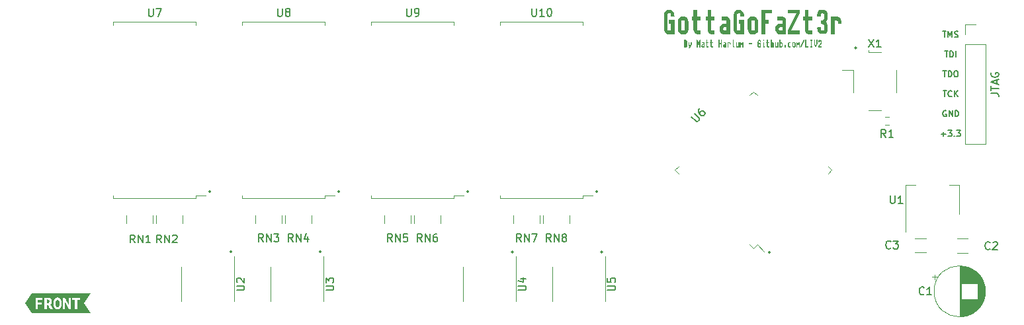
<source format=gbr>
%TF.GenerationSoftware,KiCad,Pcbnew,(6.0.6)*%
%TF.CreationDate,2022-07-10T09:52:36+02:00*%
%TF.ProjectId,GottaGoFaSDZ3,476f7474-6147-46f4-9661-53445a332e6b,rev?*%
%TF.SameCoordinates,Original*%
%TF.FileFunction,Legend,Top*%
%TF.FilePolarity,Positive*%
%FSLAX46Y46*%
G04 Gerber Fmt 4.6, Leading zero omitted, Abs format (unit mm)*
G04 Created by KiCad (PCBNEW (6.0.6)) date 2022-07-10 09:52:36*
%MOMM*%
%LPD*%
G01*
G04 APERTURE LIST*
%ADD10C,0.127000*%
%ADD11C,0.150000*%
%ADD12C,0.120000*%
%ADD13C,0.152400*%
G04 APERTURE END LIST*
D10*
X208985897Y-76924392D02*
X209421326Y-76924392D01*
X209203612Y-77686392D02*
X209203612Y-76924392D01*
X209675326Y-77686392D02*
X209675326Y-76924392D01*
X209856755Y-76924392D01*
X209965612Y-76960678D01*
X210038183Y-77033249D01*
X210074469Y-77105820D01*
X210110755Y-77250963D01*
X210110755Y-77359820D01*
X210074469Y-77504963D01*
X210038183Y-77577535D01*
X209965612Y-77650106D01*
X209856755Y-77686392D01*
X209675326Y-77686392D01*
X210582469Y-76924392D02*
X210727612Y-76924392D01*
X210800183Y-76960678D01*
X210872755Y-77033249D01*
X210909040Y-77178392D01*
X210909040Y-77432392D01*
X210872755Y-77577535D01*
X210800183Y-77650106D01*
X210727612Y-77686392D01*
X210582469Y-77686392D01*
X210509897Y-77650106D01*
X210437326Y-77577535D01*
X210401040Y-77432392D01*
X210401040Y-77178392D01*
X210437326Y-77033249D01*
X210509897Y-76960678D01*
X210582469Y-76924392D01*
X209004033Y-79464388D02*
X209439462Y-79464388D01*
X209221748Y-80226388D02*
X209221748Y-79464388D01*
X210128890Y-80153816D02*
X210092605Y-80190102D01*
X209983748Y-80226388D01*
X209911176Y-80226388D01*
X209802319Y-80190102D01*
X209729748Y-80117531D01*
X209693462Y-80044959D01*
X209657176Y-79899816D01*
X209657176Y-79790959D01*
X209693462Y-79645816D01*
X209729748Y-79573245D01*
X209802319Y-79500674D01*
X209911176Y-79464388D01*
X209983748Y-79464388D01*
X210092605Y-79500674D01*
X210128890Y-79536959D01*
X210455462Y-80226388D02*
X210455462Y-79464388D01*
X210890890Y-80226388D02*
X210564319Y-79790959D01*
X210890890Y-79464388D02*
X210455462Y-79899816D01*
X209403176Y-82040674D02*
X209330605Y-82004388D01*
X209221748Y-82004388D01*
X209112890Y-82040674D01*
X209040319Y-82113245D01*
X209004033Y-82185816D01*
X208967748Y-82330959D01*
X208967748Y-82439816D01*
X209004033Y-82584959D01*
X209040319Y-82657531D01*
X209112890Y-82730102D01*
X209221748Y-82766388D01*
X209294319Y-82766388D01*
X209403176Y-82730102D01*
X209439462Y-82693816D01*
X209439462Y-82439816D01*
X209294319Y-82439816D01*
X209766033Y-82766388D02*
X209766033Y-82004388D01*
X210201462Y-82766388D01*
X210201462Y-82004388D01*
X210564319Y-82766388D02*
X210564319Y-82004388D01*
X210745748Y-82004388D01*
X210854605Y-82040674D01*
X210927176Y-82113245D01*
X210963462Y-82185816D01*
X210999748Y-82330959D01*
X210999748Y-82439816D01*
X210963462Y-82584959D01*
X210927176Y-82657531D01*
X210854605Y-82730102D01*
X210745748Y-82766388D01*
X210564319Y-82766388D01*
X208786312Y-85016102D02*
X209366883Y-85016102D01*
X209076598Y-85306388D02*
X209076598Y-84725816D01*
X209657169Y-84544388D02*
X210128883Y-84544388D01*
X209874883Y-84834674D01*
X209983741Y-84834674D01*
X210056312Y-84870959D01*
X210092598Y-84907245D01*
X210128883Y-84979816D01*
X210128883Y-85161245D01*
X210092598Y-85233816D01*
X210056312Y-85270102D01*
X209983741Y-85306388D01*
X209766026Y-85306388D01*
X209693455Y-85270102D01*
X209657169Y-85233816D01*
X210455455Y-85233816D02*
X210491741Y-85270102D01*
X210455455Y-85306388D01*
X210419169Y-85270102D01*
X210455455Y-85233816D01*
X210455455Y-85306388D01*
X210745741Y-84544388D02*
X211217455Y-84544388D01*
X210963455Y-84834674D01*
X211072312Y-84834674D01*
X211144883Y-84870959D01*
X211181169Y-84907245D01*
X211217455Y-84979816D01*
X211217455Y-85161245D01*
X211181169Y-85233816D01*
X211144883Y-85270102D01*
X211072312Y-85306388D01*
X210854598Y-85306388D01*
X210782026Y-85270102D01*
X210745741Y-85233816D01*
X209203612Y-74384392D02*
X209639040Y-74384392D01*
X209421326Y-75146392D02*
X209421326Y-74384392D01*
X209893040Y-75146392D02*
X209893040Y-74384392D01*
X210074469Y-74384392D01*
X210183326Y-74420678D01*
X210255897Y-74493249D01*
X210292183Y-74565820D01*
X210328469Y-74710963D01*
X210328469Y-74819820D01*
X210292183Y-74964963D01*
X210255897Y-75037535D01*
X210183326Y-75110106D01*
X210074469Y-75146392D01*
X209893040Y-75146392D01*
X210655040Y-75146392D02*
X210655040Y-74384392D01*
X208967755Y-71844392D02*
X209403183Y-71844392D01*
X209185469Y-72606392D02*
X209185469Y-71844392D01*
X209657183Y-72606392D02*
X209657183Y-71844392D01*
X209911183Y-72388678D01*
X210165183Y-71844392D01*
X210165183Y-72606392D01*
X210491755Y-72570106D02*
X210600612Y-72606392D01*
X210782040Y-72606392D01*
X210854612Y-72570106D01*
X210890897Y-72533820D01*
X210927183Y-72461249D01*
X210927183Y-72388678D01*
X210890897Y-72316106D01*
X210854612Y-72279820D01*
X210782040Y-72243535D01*
X210636897Y-72207249D01*
X210564326Y-72170963D01*
X210528040Y-72134678D01*
X210491755Y-72062106D01*
X210491755Y-71989535D01*
X210528040Y-71916963D01*
X210564326Y-71880678D01*
X210636897Y-71844392D01*
X210818326Y-71844392D01*
X210927183Y-71880678D01*
D11*
%TO.C,RN1*%
X105558392Y-98926858D02*
X105225059Y-98450668D01*
X104986964Y-98926858D02*
X104986964Y-97926858D01*
X105367916Y-97926858D01*
X105463154Y-97974478D01*
X105510773Y-98022097D01*
X105558392Y-98117335D01*
X105558392Y-98260192D01*
X105510773Y-98355430D01*
X105463154Y-98403049D01*
X105367916Y-98450668D01*
X104986964Y-98450668D01*
X105986964Y-98926858D02*
X105986964Y-97926858D01*
X106558392Y-98926858D01*
X106558392Y-97926858D01*
X107558392Y-98926858D02*
X106986964Y-98926858D01*
X107272678Y-98926858D02*
X107272678Y-97926858D01*
X107177440Y-98069716D01*
X107082202Y-98164954D01*
X106986964Y-98212573D01*
%TO.C,U5*%
X166057160Y-105019882D02*
X166866684Y-105019882D01*
X166961922Y-104972263D01*
X167009541Y-104924644D01*
X167057160Y-104829406D01*
X167057160Y-104638930D01*
X167009541Y-104543692D01*
X166961922Y-104496073D01*
X166866684Y-104448454D01*
X166057160Y-104448454D01*
X166057160Y-103496073D02*
X166057160Y-103972263D01*
X166533351Y-104019882D01*
X166485732Y-103972263D01*
X166438113Y-103877025D01*
X166438113Y-103638930D01*
X166485732Y-103543692D01*
X166533351Y-103496073D01*
X166628589Y-103448454D01*
X166866684Y-103448454D01*
X166961922Y-103496073D01*
X167009541Y-103543692D01*
X167057160Y-103638930D01*
X167057160Y-103877025D01*
X167009541Y-103972263D01*
X166961922Y-104019882D01*
%TO.C,J1*%
X215151128Y-79778340D02*
X215865414Y-79778340D01*
X216008271Y-79825959D01*
X216103509Y-79921197D01*
X216151128Y-80064054D01*
X216151128Y-80159293D01*
X215151128Y-79445007D02*
X215151128Y-78873578D01*
X216151128Y-79159293D02*
X215151128Y-79159293D01*
X215865414Y-78587864D02*
X215865414Y-78111674D01*
X216151128Y-78683102D02*
X215151128Y-78349769D01*
X216151128Y-78016435D01*
X215198748Y-77159293D02*
X215151128Y-77254531D01*
X215151128Y-77397388D01*
X215198748Y-77540245D01*
X215293986Y-77635483D01*
X215389224Y-77683102D01*
X215579700Y-77730721D01*
X215722557Y-77730721D01*
X215913033Y-77683102D01*
X216008271Y-77635483D01*
X216103509Y-77540245D01*
X216151128Y-77397388D01*
X216151128Y-77302150D01*
X216103509Y-77159293D01*
X216055890Y-77111674D01*
X215722557Y-77111674D01*
X215722557Y-77302150D01*
%TO.C,RN8*%
X158815992Y-98799858D02*
X158482659Y-98323668D01*
X158244564Y-98799858D02*
X158244564Y-97799858D01*
X158625516Y-97799858D01*
X158720754Y-97847478D01*
X158768373Y-97895097D01*
X158815992Y-97990335D01*
X158815992Y-98133192D01*
X158768373Y-98228430D01*
X158720754Y-98276049D01*
X158625516Y-98323668D01*
X158244564Y-98323668D01*
X159244564Y-98799858D02*
X159244564Y-97799858D01*
X159815992Y-98799858D01*
X159815992Y-97799858D01*
X160435040Y-98228430D02*
X160339802Y-98180811D01*
X160292183Y-98133192D01*
X160244564Y-98037954D01*
X160244564Y-97990335D01*
X160292183Y-97895097D01*
X160339802Y-97847478D01*
X160435040Y-97799858D01*
X160625516Y-97799858D01*
X160720754Y-97847478D01*
X160768373Y-97895097D01*
X160815992Y-97990335D01*
X160815992Y-98037954D01*
X160768373Y-98133192D01*
X160720754Y-98180811D01*
X160625516Y-98228430D01*
X160435040Y-98228430D01*
X160339802Y-98276049D01*
X160292183Y-98323668D01*
X160244564Y-98418906D01*
X160244564Y-98609382D01*
X160292183Y-98704620D01*
X160339802Y-98752239D01*
X160435040Y-98799858D01*
X160625516Y-98799858D01*
X160720754Y-98752239D01*
X160768373Y-98704620D01*
X160815992Y-98609382D01*
X160815992Y-98418906D01*
X160768373Y-98323668D01*
X160720754Y-98276049D01*
X160625516Y-98228430D01*
%TO.C,R1*%
X201687925Y-85425937D02*
X201354592Y-84949747D01*
X201116496Y-85425937D02*
X201116496Y-84425937D01*
X201497449Y-84425937D01*
X201592687Y-84473557D01*
X201640306Y-84521176D01*
X201687925Y-84616414D01*
X201687925Y-84759271D01*
X201640306Y-84854509D01*
X201592687Y-84902128D01*
X201497449Y-84949747D01*
X201116496Y-84949747D01*
X202640306Y-85425937D02*
X202068877Y-85425937D01*
X202354592Y-85425937D02*
X202354592Y-84425937D01*
X202259353Y-84568795D01*
X202164115Y-84664033D01*
X202068877Y-84711652D01*
%TO.C,C3*%
X202309260Y-99612103D02*
X202261641Y-99659722D01*
X202118784Y-99707341D01*
X202023546Y-99707341D01*
X201880688Y-99659722D01*
X201785450Y-99564484D01*
X201737831Y-99469246D01*
X201690212Y-99278770D01*
X201690212Y-99135913D01*
X201737831Y-98945437D01*
X201785450Y-98850199D01*
X201880688Y-98754961D01*
X202023546Y-98707341D01*
X202118784Y-98707341D01*
X202261641Y-98754961D01*
X202309260Y-98802580D01*
X202642593Y-98707341D02*
X203261641Y-98707341D01*
X202928307Y-99088294D01*
X203071165Y-99088294D01*
X203166403Y-99135913D01*
X203214022Y-99183532D01*
X203261641Y-99278770D01*
X203261641Y-99516865D01*
X203214022Y-99612103D01*
X203166403Y-99659722D01*
X203071165Y-99707341D01*
X202785450Y-99707341D01*
X202690212Y-99659722D01*
X202642593Y-99612103D01*
%TO.C,RN5*%
X138495992Y-98799858D02*
X138162659Y-98323668D01*
X137924564Y-98799858D02*
X137924564Y-97799858D01*
X138305516Y-97799858D01*
X138400754Y-97847478D01*
X138448373Y-97895097D01*
X138495992Y-97990335D01*
X138495992Y-98133192D01*
X138448373Y-98228430D01*
X138400754Y-98276049D01*
X138305516Y-98323668D01*
X137924564Y-98323668D01*
X138924564Y-98799858D02*
X138924564Y-97799858D01*
X139495992Y-98799858D01*
X139495992Y-97799858D01*
X140448373Y-97799858D02*
X139972183Y-97799858D01*
X139924564Y-98276049D01*
X139972183Y-98228430D01*
X140067421Y-98180811D01*
X140305516Y-98180811D01*
X140400754Y-98228430D01*
X140448373Y-98276049D01*
X140495992Y-98371287D01*
X140495992Y-98609382D01*
X140448373Y-98704620D01*
X140400754Y-98752239D01*
X140305516Y-98799858D01*
X140067421Y-98799858D01*
X139972183Y-98752239D01*
X139924564Y-98704620D01*
%TO.C,U10*%
X156391973Y-68912870D02*
X156391973Y-69722394D01*
X156439592Y-69817632D01*
X156487211Y-69865251D01*
X156582449Y-69912870D01*
X156772926Y-69912870D01*
X156868164Y-69865251D01*
X156915783Y-69817632D01*
X156963402Y-69722394D01*
X156963402Y-68912870D01*
X157963402Y-69912870D02*
X157391973Y-69912870D01*
X157677688Y-69912870D02*
X157677688Y-68912870D01*
X157582449Y-69055728D01*
X157487211Y-69150966D01*
X157391973Y-69198585D01*
X158582449Y-68912870D02*
X158677688Y-68912870D01*
X158772926Y-68960490D01*
X158820545Y-69008109D01*
X158868164Y-69103347D01*
X158915783Y-69293823D01*
X158915783Y-69531918D01*
X158868164Y-69722394D01*
X158820545Y-69817632D01*
X158772926Y-69865251D01*
X158677688Y-69912870D01*
X158582449Y-69912870D01*
X158487211Y-69865251D01*
X158439592Y-69817632D01*
X158391973Y-69722394D01*
X158344354Y-69531918D01*
X158344354Y-69293823D01*
X158391973Y-69103347D01*
X158439592Y-69008109D01*
X158487211Y-68960490D01*
X158582449Y-68912870D01*
%TO.C,X1*%
X199470268Y-72868937D02*
X200136934Y-73868937D01*
X200136934Y-72868937D02*
X199470268Y-73868937D01*
X201041696Y-73868937D02*
X200470268Y-73868937D01*
X200755982Y-73868937D02*
X200755982Y-72868937D01*
X200660744Y-73011795D01*
X200565506Y-73107033D01*
X200470268Y-73154652D01*
%TO.C,U7*%
X107338164Y-68912870D02*
X107338164Y-69722394D01*
X107385783Y-69817632D01*
X107433402Y-69865251D01*
X107528640Y-69912870D01*
X107719116Y-69912870D01*
X107814354Y-69865251D01*
X107861973Y-69817632D01*
X107909592Y-69722394D01*
X107909592Y-68912870D01*
X108290545Y-68912870D02*
X108957211Y-68912870D01*
X108528640Y-69912870D01*
%TO.C,U2*%
X118578348Y-105019882D02*
X119387872Y-105019882D01*
X119483110Y-104972263D01*
X119530729Y-104924644D01*
X119578348Y-104829406D01*
X119578348Y-104638930D01*
X119530729Y-104543692D01*
X119483110Y-104496073D01*
X119387872Y-104448454D01*
X118578348Y-104448454D01*
X118673587Y-104019882D02*
X118625968Y-103972263D01*
X118578348Y-103877025D01*
X118578348Y-103638930D01*
X118625968Y-103543692D01*
X118673587Y-103496073D01*
X118768825Y-103448454D01*
X118864063Y-103448454D01*
X119006920Y-103496073D01*
X119578348Y-104067501D01*
X119578348Y-103448454D01*
%TO.C,U6*%
X176802892Y-82783164D02*
X177375312Y-83355584D01*
X177476327Y-83389256D01*
X177543671Y-83389256D01*
X177644686Y-83355584D01*
X177779373Y-83220897D01*
X177813045Y-83119882D01*
X177813045Y-83052538D01*
X177779373Y-82951523D01*
X177206953Y-82379103D01*
X177846717Y-81739340D02*
X177712030Y-81874027D01*
X177678358Y-81975042D01*
X177678358Y-82042386D01*
X177712030Y-82210745D01*
X177813045Y-82379103D01*
X178082419Y-82648477D01*
X178183434Y-82682149D01*
X178250778Y-82682149D01*
X178351793Y-82648477D01*
X178486480Y-82513790D01*
X178520152Y-82412775D01*
X178520152Y-82345432D01*
X178486480Y-82244416D01*
X178318121Y-82076058D01*
X178217106Y-82042386D01*
X178149762Y-82042386D01*
X178048747Y-82076058D01*
X177914060Y-82210745D01*
X177880388Y-82311760D01*
X177880388Y-82379103D01*
X177914060Y-82480119D01*
%TO.C,RN3*%
X121985992Y-98799858D02*
X121652659Y-98323668D01*
X121414564Y-98799858D02*
X121414564Y-97799858D01*
X121795516Y-97799858D01*
X121890754Y-97847478D01*
X121938373Y-97895097D01*
X121985992Y-97990335D01*
X121985992Y-98133192D01*
X121938373Y-98228430D01*
X121890754Y-98276049D01*
X121795516Y-98323668D01*
X121414564Y-98323668D01*
X122414564Y-98799858D02*
X122414564Y-97799858D01*
X122985992Y-98799858D01*
X122985992Y-97799858D01*
X123366945Y-97799858D02*
X123985992Y-97799858D01*
X123652659Y-98180811D01*
X123795516Y-98180811D01*
X123890754Y-98228430D01*
X123938373Y-98276049D01*
X123985992Y-98371287D01*
X123985992Y-98609382D01*
X123938373Y-98704620D01*
X123890754Y-98752239D01*
X123795516Y-98799858D01*
X123509802Y-98799858D01*
X123414564Y-98752239D01*
X123366945Y-98704620D01*
%TO.C,C2*%
X215009260Y-99739103D02*
X214961641Y-99786722D01*
X214818784Y-99834341D01*
X214723546Y-99834341D01*
X214580688Y-99786722D01*
X214485450Y-99691484D01*
X214437831Y-99596246D01*
X214390212Y-99405770D01*
X214390212Y-99262913D01*
X214437831Y-99072437D01*
X214485450Y-98977199D01*
X214580688Y-98881961D01*
X214723546Y-98834341D01*
X214818784Y-98834341D01*
X214961641Y-98881961D01*
X215009260Y-98929580D01*
X215390212Y-98929580D02*
X215437831Y-98881961D01*
X215533069Y-98834341D01*
X215771165Y-98834341D01*
X215866403Y-98881961D01*
X215914022Y-98929580D01*
X215961641Y-99024818D01*
X215961641Y-99120056D01*
X215914022Y-99262913D01*
X215342593Y-99834341D01*
X215961641Y-99834341D01*
%TO.C,U3*%
X130008348Y-105019882D02*
X130817872Y-105019882D01*
X130913110Y-104972263D01*
X130960729Y-104924644D01*
X131008348Y-104829406D01*
X131008348Y-104638930D01*
X130960729Y-104543692D01*
X130913110Y-104496073D01*
X130817872Y-104448454D01*
X130008348Y-104448454D01*
X130008348Y-104067501D02*
X130008348Y-103448454D01*
X130389301Y-103781787D01*
X130389301Y-103638930D01*
X130436920Y-103543692D01*
X130484539Y-103496073D01*
X130579777Y-103448454D01*
X130817872Y-103448454D01*
X130913110Y-103496073D01*
X130960729Y-103543692D01*
X131008348Y-103638930D01*
X131008348Y-103924644D01*
X130960729Y-104019882D01*
X130913110Y-104067501D01*
%TO.C,U4*%
X154627160Y-105019882D02*
X155436684Y-105019882D01*
X155531922Y-104972263D01*
X155579541Y-104924644D01*
X155627160Y-104829406D01*
X155627160Y-104638930D01*
X155579541Y-104543692D01*
X155531922Y-104496073D01*
X155436684Y-104448454D01*
X154627160Y-104448454D01*
X154960494Y-103543692D02*
X155627160Y-103543692D01*
X154579541Y-103781787D02*
X155293827Y-104019882D01*
X155293827Y-103400835D01*
%TO.C,U9*%
X140358164Y-68912870D02*
X140358164Y-69722394D01*
X140405783Y-69817632D01*
X140453402Y-69865251D01*
X140548640Y-69912870D01*
X140739116Y-69912870D01*
X140834354Y-69865251D01*
X140881973Y-69817632D01*
X140929592Y-69722394D01*
X140929592Y-68912870D01*
X141453402Y-69912870D02*
X141643878Y-69912870D01*
X141739116Y-69865251D01*
X141786735Y-69817632D01*
X141881973Y-69674775D01*
X141929592Y-69484299D01*
X141929592Y-69103347D01*
X141881973Y-69008109D01*
X141834354Y-68960490D01*
X141739116Y-68912870D01*
X141548640Y-68912870D01*
X141453402Y-68960490D01*
X141405783Y-69008109D01*
X141358164Y-69103347D01*
X141358164Y-69341442D01*
X141405783Y-69436680D01*
X141453402Y-69484299D01*
X141548640Y-69531918D01*
X141739116Y-69531918D01*
X141834354Y-69484299D01*
X141881973Y-69436680D01*
X141929592Y-69341442D01*
%TO.C,C1*%
X206576460Y-105509120D02*
X206528841Y-105556739D01*
X206385984Y-105604358D01*
X206290746Y-105604358D01*
X206147888Y-105556739D01*
X206052650Y-105461501D01*
X206005031Y-105366263D01*
X205957412Y-105175787D01*
X205957412Y-105032930D01*
X206005031Y-104842454D01*
X206052650Y-104747216D01*
X206147888Y-104651978D01*
X206290746Y-104604358D01*
X206385984Y-104604358D01*
X206528841Y-104651978D01*
X206576460Y-104699597D01*
X207528841Y-105604358D02*
X206957412Y-105604358D01*
X207243127Y-105604358D02*
X207243127Y-104604358D01*
X207147888Y-104747216D01*
X207052650Y-104842454D01*
X206957412Y-104890073D01*
%TO.C,RN4*%
X125795992Y-98799858D02*
X125462659Y-98323668D01*
X125224564Y-98799858D02*
X125224564Y-97799858D01*
X125605516Y-97799858D01*
X125700754Y-97847478D01*
X125748373Y-97895097D01*
X125795992Y-97990335D01*
X125795992Y-98133192D01*
X125748373Y-98228430D01*
X125700754Y-98276049D01*
X125605516Y-98323668D01*
X125224564Y-98323668D01*
X126224564Y-98799858D02*
X126224564Y-97799858D01*
X126795992Y-98799858D01*
X126795992Y-97799858D01*
X127700754Y-98133192D02*
X127700754Y-98799858D01*
X127462659Y-97752239D02*
X127224564Y-98466525D01*
X127843611Y-98466525D01*
%TO.C,U1*%
X202258065Y-92901232D02*
X202258065Y-93710756D01*
X202305684Y-93805994D01*
X202353303Y-93853613D01*
X202448541Y-93901232D01*
X202639017Y-93901232D01*
X202734255Y-93853613D01*
X202781874Y-93805994D01*
X202829493Y-93710756D01*
X202829493Y-92901232D01*
X203829493Y-93901232D02*
X203258065Y-93901232D01*
X203543779Y-93901232D02*
X203543779Y-92901232D01*
X203448541Y-93044090D01*
X203353303Y-93139328D01*
X203258065Y-93186947D01*
%TO.C,U8*%
X123848164Y-68912870D02*
X123848164Y-69722394D01*
X123895783Y-69817632D01*
X123943402Y-69865251D01*
X124038640Y-69912870D01*
X124229116Y-69912870D01*
X124324354Y-69865251D01*
X124371973Y-69817632D01*
X124419592Y-69722394D01*
X124419592Y-68912870D01*
X125038640Y-69341442D02*
X124943402Y-69293823D01*
X124895783Y-69246204D01*
X124848164Y-69150966D01*
X124848164Y-69103347D01*
X124895783Y-69008109D01*
X124943402Y-68960490D01*
X125038640Y-68912870D01*
X125229116Y-68912870D01*
X125324354Y-68960490D01*
X125371973Y-69008109D01*
X125419592Y-69103347D01*
X125419592Y-69150966D01*
X125371973Y-69246204D01*
X125324354Y-69293823D01*
X125229116Y-69341442D01*
X125038640Y-69341442D01*
X124943402Y-69389061D01*
X124895783Y-69436680D01*
X124848164Y-69531918D01*
X124848164Y-69722394D01*
X124895783Y-69817632D01*
X124943402Y-69865251D01*
X125038640Y-69912870D01*
X125229116Y-69912870D01*
X125324354Y-69865251D01*
X125371973Y-69817632D01*
X125419592Y-69722394D01*
X125419592Y-69531918D01*
X125371973Y-69436680D01*
X125324354Y-69389061D01*
X125229116Y-69341442D01*
%TO.C,RN7*%
X155005992Y-98799858D02*
X154672659Y-98323668D01*
X154434564Y-98799858D02*
X154434564Y-97799858D01*
X154815516Y-97799858D01*
X154910754Y-97847478D01*
X154958373Y-97895097D01*
X155005992Y-97990335D01*
X155005992Y-98133192D01*
X154958373Y-98228430D01*
X154910754Y-98276049D01*
X154815516Y-98323668D01*
X154434564Y-98323668D01*
X155434564Y-98799858D02*
X155434564Y-97799858D01*
X156005992Y-98799858D01*
X156005992Y-97799858D01*
X156386945Y-97799858D02*
X157053611Y-97799858D01*
X156625040Y-98799858D01*
%TO.C,RN6*%
X142305992Y-98799858D02*
X141972659Y-98323668D01*
X141734564Y-98799858D02*
X141734564Y-97799858D01*
X142115516Y-97799858D01*
X142210754Y-97847478D01*
X142258373Y-97895097D01*
X142305992Y-97990335D01*
X142305992Y-98133192D01*
X142258373Y-98228430D01*
X142210754Y-98276049D01*
X142115516Y-98323668D01*
X141734564Y-98323668D01*
X142734564Y-98799858D02*
X142734564Y-97799858D01*
X143305992Y-98799858D01*
X143305992Y-97799858D01*
X144210754Y-97799858D02*
X144020278Y-97799858D01*
X143925040Y-97847478D01*
X143877421Y-97895097D01*
X143782183Y-98037954D01*
X143734564Y-98228430D01*
X143734564Y-98609382D01*
X143782183Y-98704620D01*
X143829802Y-98752239D01*
X143925040Y-98799858D01*
X144115516Y-98799858D01*
X144210754Y-98752239D01*
X144258373Y-98704620D01*
X144305992Y-98609382D01*
X144305992Y-98371287D01*
X144258373Y-98276049D01*
X144210754Y-98228430D01*
X144115516Y-98180811D01*
X143925040Y-98180811D01*
X143829802Y-98228430D01*
X143782183Y-98276049D01*
X143734564Y-98371287D01*
%TO.C,RN2*%
X108961992Y-98926858D02*
X108628659Y-98450668D01*
X108390564Y-98926858D02*
X108390564Y-97926858D01*
X108771516Y-97926858D01*
X108866754Y-97974478D01*
X108914373Y-98022097D01*
X108961992Y-98117335D01*
X108961992Y-98260192D01*
X108914373Y-98355430D01*
X108866754Y-98403049D01*
X108771516Y-98450668D01*
X108390564Y-98450668D01*
X109390564Y-98926858D02*
X109390564Y-97926858D01*
X109961992Y-98926858D01*
X109961992Y-97926858D01*
X110390564Y-98022097D02*
X110438183Y-97974478D01*
X110533421Y-97926858D01*
X110771516Y-97926858D01*
X110866754Y-97974478D01*
X110914373Y-98022097D01*
X110961992Y-98117335D01*
X110961992Y-98212573D01*
X110914373Y-98355430D01*
X110342945Y-98926858D01*
X110961992Y-98926858D01*
D12*
%TO.C,RN1*%
X107846469Y-95434478D02*
X107846469Y-96434478D01*
X104486469Y-95434478D02*
X104486469Y-96434478D01*
%TO.C,U5*%
X165789780Y-104257978D02*
X165789780Y-106457978D01*
X165789780Y-104257978D02*
X165789780Y-100657978D01*
X159019780Y-104257978D02*
X159019780Y-106457978D01*
X159019780Y-104257978D02*
X159019780Y-102057978D01*
D13*
X165456780Y-100125478D02*
G75*
G03*
X165456780Y-100125478I-127000J0D01*
G01*
D12*
X165329780Y-100125478D02*
G75*
G03*
X165329780Y-100125478I0J0D01*
G01*
%TO.C,J1*%
X211828741Y-72261674D02*
X211828741Y-70931674D01*
X214488741Y-73531674D02*
X214488741Y-86291674D01*
X211828741Y-86291674D02*
X214488741Y-86291674D01*
X211828741Y-70931674D02*
X213158741Y-70931674D01*
X211828741Y-73531674D02*
X211828741Y-86291674D01*
X211828741Y-73531674D02*
X214488741Y-73531674D01*
%TO.C,RN8*%
X157826469Y-95434478D02*
X157826469Y-96434478D01*
X161186469Y-95434478D02*
X161186469Y-96434478D01*
%TO.C,R1*%
X202109316Y-83819657D02*
X201599868Y-83819657D01*
X202109316Y-82774657D02*
X201599868Y-82774657D01*
%TO.C,C3*%
X206793979Y-100190361D02*
X205371475Y-100190361D01*
X206793979Y-98370361D02*
X205371475Y-98370361D01*
%TO.C,RN5*%
X140866469Y-95434478D02*
X140866469Y-96434478D01*
X137506469Y-95434478D02*
X137506469Y-96434478D01*
%TO.C,kibuzzard-622DC493*%
G36*
X176826889Y-73566032D02*
G01*
X176818343Y-73616630D01*
X176792705Y-73680521D01*
X176617987Y-74041352D01*
X176456291Y-74035926D01*
X176561014Y-73823226D01*
X176429704Y-73666956D01*
X176410577Y-73617579D01*
X176404201Y-73558436D01*
X176404201Y-73204659D01*
X176548534Y-73204659D01*
X176548534Y-73621378D01*
X176681471Y-73621378D01*
X176681471Y-73204659D01*
X176826889Y-73204116D01*
X176826889Y-73566032D01*
G37*
G36*
X188194955Y-73203031D02*
G01*
X188331148Y-73203031D01*
X188412538Y-73243726D01*
X188451063Y-73307753D01*
X188473310Y-73388601D01*
X188473310Y-73722844D01*
X188462458Y-73765167D01*
X188450520Y-73810746D01*
X188399516Y-73866634D01*
X188331148Y-73902988D01*
X188050622Y-73902988D01*
X188050622Y-73758656D01*
X188194955Y-73758656D01*
X188291538Y-73758113D01*
X188338744Y-73733154D01*
X188336574Y-73409763D01*
X188327350Y-73372866D01*
X188297507Y-73344108D01*
X188194955Y-73347363D01*
X188194955Y-73758656D01*
X188050622Y-73758656D01*
X188050622Y-72925218D01*
X188194955Y-72925218D01*
X188194955Y-73203031D01*
G37*
G36*
X181707056Y-73213883D02*
G01*
X181757382Y-73245761D01*
X181793330Y-73299072D01*
X181818290Y-73375579D01*
X181817747Y-73486270D01*
X181673415Y-73486270D01*
X181674500Y-73416274D01*
X181668531Y-73394027D01*
X181662563Y-73370695D01*
X181611015Y-73347363D01*
X181541020Y-73347363D01*
X181541020Y-73901903D01*
X181395602Y-73902988D01*
X181396145Y-73203031D01*
X181677213Y-73203031D01*
X181707056Y-73213883D01*
G37*
G36*
X179391228Y-73203031D02*
G01*
X179530135Y-73203031D01*
X179530135Y-73347363D01*
X179391228Y-73347363D01*
X179391228Y-73758656D01*
X179530135Y-73758656D01*
X179530135Y-73902988D01*
X179388515Y-73902988D01*
X179358130Y-73892136D01*
X179325574Y-73880199D01*
X179279995Y-73832993D01*
X179255171Y-73770729D01*
X179246896Y-73691373D01*
X179246896Y-73347363D01*
X179177443Y-73347363D01*
X179177443Y-73203031D01*
X179246896Y-73203031D01*
X179246896Y-72925218D01*
X179391228Y-72925218D01*
X179391228Y-73203031D01*
G37*
G36*
X182233381Y-73758656D02*
G01*
X182299035Y-73756486D01*
X182299035Y-73900275D01*
X182218188Y-73902446D01*
X182167424Y-73874894D01*
X182126548Y-73830581D01*
X182095560Y-73769508D01*
X182090133Y-73699512D01*
X182089048Y-72925218D01*
X182233381Y-72925218D01*
X182233381Y-73758656D01*
G37*
G36*
X187639872Y-73688660D02*
G01*
X187645841Y-73710907D01*
X187651810Y-73734781D01*
X187702814Y-73758113D01*
X187773352Y-73758113D01*
X187773352Y-73203574D01*
X187917685Y-73203574D01*
X187918227Y-73902446D01*
X187636617Y-73902446D01*
X187555769Y-73861750D01*
X187518872Y-73797723D01*
X187495540Y-73729898D01*
X187495540Y-73203031D01*
X187639872Y-73203031D01*
X187639872Y-73688660D01*
G37*
G36*
X180430855Y-73341937D02*
G01*
X180564335Y-73341937D01*
X180564335Y-72925218D01*
X180708667Y-72925218D01*
X180708667Y-73902988D01*
X180564335Y-73902988D01*
X180564335Y-73486270D01*
X180430855Y-73486270D01*
X180430855Y-73902988D01*
X180286523Y-73902988D01*
X180286523Y-72925218D01*
X180430855Y-72925218D01*
X180430855Y-73341937D01*
G37*
G36*
X187085875Y-73203031D02*
G01*
X187222068Y-73203031D01*
X187303459Y-73243726D01*
X187339813Y-73307753D01*
X187363145Y-73376121D01*
X187363145Y-73902988D01*
X187218813Y-73902988D01*
X187219355Y-73416816D01*
X187213387Y-73394570D01*
X187207418Y-73371238D01*
X187155871Y-73347363D01*
X187085875Y-73347363D01*
X187085875Y-73902446D01*
X186941543Y-73902446D01*
X186941543Y-72925218D01*
X187085875Y-72925218D01*
X187085875Y-73203031D01*
G37*
G36*
X188887858Y-73902988D02*
G01*
X188743526Y-73902988D01*
X188743526Y-73619750D01*
X188887858Y-73619750D01*
X188887858Y-73902988D01*
G37*
G36*
X182649014Y-73688660D02*
G01*
X182654983Y-73710907D01*
X182660951Y-73734781D01*
X182711956Y-73758113D01*
X182782494Y-73758113D01*
X182782494Y-73203574D01*
X182926827Y-73203574D01*
X182927369Y-73902446D01*
X182645758Y-73902446D01*
X182564911Y-73861750D01*
X182528014Y-73797723D01*
X182504682Y-73729898D01*
X182504682Y-73203031D01*
X182649014Y-73203031D01*
X182649014Y-73688660D01*
G37*
G36*
X185628716Y-72977173D02*
G01*
X185672395Y-73041878D01*
X185690573Y-73112552D01*
X185695185Y-73208457D01*
X185550852Y-73208457D01*
X185551395Y-73096138D01*
X185543799Y-73076605D01*
X185487368Y-73066838D01*
X185452099Y-73068466D01*
X185423341Y-73079860D01*
X185419543Y-73102107D01*
X185419543Y-73726100D01*
X185431480Y-73749432D01*
X185487368Y-73758656D01*
X185518296Y-73757571D01*
X185542171Y-73747804D01*
X185546512Y-73736409D01*
X185550310Y-73725557D01*
X185550310Y-73485184D01*
X185481399Y-73485184D01*
X185481399Y-73341937D01*
X185695185Y-73341937D01*
X185695185Y-73901903D01*
X185414659Y-73900818D01*
X185371251Y-73882912D01*
X185334218Y-73843166D01*
X185304511Y-73795553D01*
X185284163Y-73741564D01*
X185277381Y-73689203D01*
X185277923Y-73131407D01*
X185290946Y-73069008D01*
X185316448Y-73008779D01*
X185353752Y-72965914D01*
X185413574Y-72925218D01*
X185558449Y-72925218D01*
X185628716Y-72977173D01*
G37*
G36*
X186115159Y-73758656D02*
G01*
X186180814Y-73756486D01*
X186180814Y-73900275D01*
X186099966Y-73902446D01*
X186049203Y-73874894D01*
X186008327Y-73830581D01*
X185977338Y-73769508D01*
X185971912Y-73699512D01*
X185971912Y-73203031D01*
X186115159Y-73203031D01*
X186115159Y-73758656D01*
G37*
G36*
X190446755Y-73368525D02*
G01*
X190547137Y-73203031D01*
X190594886Y-73203031D01*
X190635310Y-73238436D01*
X190667594Y-73279538D01*
X190684686Y-73336376D01*
X190690384Y-73377749D01*
X190690384Y-73902988D01*
X190546051Y-73902988D01*
X190546051Y-73494951D01*
X190480939Y-73625176D01*
X190408230Y-73625176D01*
X190343118Y-73494951D01*
X190343118Y-73902988D01*
X190198786Y-73902988D01*
X190198786Y-73203031D01*
X190342033Y-73203031D01*
X190446755Y-73368525D01*
G37*
G36*
X193373011Y-72951942D02*
G01*
X193422930Y-72994129D01*
X193446141Y-73050379D01*
X193460068Y-73120013D01*
X193464711Y-73203031D01*
X193462811Y-73247796D01*
X193457114Y-73298529D01*
X193445991Y-73356181D01*
X193432154Y-73390229D01*
X193184185Y-73758656D01*
X193458199Y-73758656D01*
X193458199Y-73902988D01*
X193036055Y-73902988D01*
X193036055Y-73760284D01*
X193184728Y-73539445D01*
X193204940Y-73510280D01*
X193255809Y-73437978D01*
X193297182Y-73375172D01*
X193320378Y-73331085D01*
X193334622Y-73276825D01*
X193339369Y-73207372D01*
X193333129Y-73154332D01*
X193314410Y-73103735D01*
X193280768Y-73072264D01*
X193223252Y-73072264D01*
X193186355Y-73087999D01*
X193172790Y-73174273D01*
X193174961Y-73211170D01*
X193038768Y-73210627D01*
X193038768Y-73147686D01*
X193046771Y-73076198D01*
X193070781Y-73006066D01*
X193115817Y-72953976D01*
X193175503Y-72928474D01*
X193318750Y-72928474D01*
X193373011Y-72951942D01*
G37*
G36*
X186115159Y-73069551D02*
G01*
X185971912Y-73069551D01*
X185971912Y-72925218D01*
X186115159Y-72925218D01*
X186115159Y-73069551D01*
G37*
G36*
X183237738Y-73368525D02*
G01*
X183338119Y-73203031D01*
X183385868Y-73203031D01*
X183426292Y-73238436D01*
X183458577Y-73279538D01*
X183475669Y-73336376D01*
X183481366Y-73377749D01*
X183481366Y-73902988D01*
X183337034Y-73902988D01*
X183337034Y-73494951D01*
X183271922Y-73625176D01*
X183199213Y-73625176D01*
X183134101Y-73494951D01*
X183134101Y-73902988D01*
X182989768Y-73902988D01*
X182989768Y-73203031D01*
X183133016Y-73203031D01*
X183237738Y-73368525D01*
G37*
G36*
X186600246Y-73203031D02*
G01*
X186739152Y-73203031D01*
X186739152Y-73347363D01*
X186600246Y-73347363D01*
X186600246Y-73758656D01*
X186739152Y-73758656D01*
X186739152Y-73902988D01*
X186597533Y-73902988D01*
X186567147Y-73892136D01*
X186534591Y-73880199D01*
X186489012Y-73832993D01*
X186464188Y-73770729D01*
X186455914Y-73691373D01*
X186455914Y-73347363D01*
X186386460Y-73347363D01*
X186386460Y-73203031D01*
X186455914Y-73203031D01*
X186455914Y-72925218D01*
X186600246Y-72925218D01*
X186600246Y-73203031D01*
G37*
G36*
X180923267Y-73873959D02*
G01*
X180879045Y-73832993D01*
X180843233Y-73753230D01*
X180843233Y-73695171D01*
X180980511Y-73695171D01*
X180989193Y-73737494D01*
X181012525Y-73758656D01*
X181117790Y-73758656D01*
X181117790Y-73625176D01*
X181009812Y-73625176D01*
X180989193Y-73645252D01*
X180980511Y-73695171D01*
X180843233Y-73695171D01*
X180843233Y-73632772D01*
X180874839Y-73556808D01*
X180920825Y-73504718D01*
X180981054Y-73480843D01*
X181117790Y-73480843D01*
X181117790Y-73377749D01*
X181113992Y-73354417D01*
X181081978Y-73348584D01*
X181018493Y-73346278D01*
X180964776Y-73346821D01*
X180910516Y-73347906D01*
X180910516Y-73203574D01*
X181123758Y-73203574D01*
X181150888Y-73210627D01*
X181179646Y-73218224D01*
X181221427Y-73248067D01*
X181248557Y-73293646D01*
X181263207Y-73344650D01*
X181263207Y-73902988D01*
X180983224Y-73902446D01*
X180923267Y-73873959D01*
G37*
G36*
X191521651Y-73758656D02*
G01*
X191799463Y-73758656D01*
X191799463Y-73902988D01*
X191377319Y-73902988D01*
X191377319Y-72925218D01*
X191521651Y-72925218D01*
X191521651Y-73758656D01*
G37*
G36*
X178836689Y-73203031D02*
G01*
X178975595Y-73203031D01*
X178975595Y-73347363D01*
X178836689Y-73347363D01*
X178836689Y-73758656D01*
X178975595Y-73758656D01*
X178975595Y-73902988D01*
X178833976Y-73902988D01*
X178803590Y-73892136D01*
X178771034Y-73880199D01*
X178725455Y-73832993D01*
X178700631Y-73770729D01*
X178692356Y-73691373D01*
X178692356Y-73347363D01*
X178622903Y-73347363D01*
X178622903Y-73203031D01*
X178692356Y-73203031D01*
X178692356Y-72925218D01*
X178836689Y-72925218D01*
X178836689Y-73203031D01*
G37*
G36*
X176184447Y-72950178D02*
G01*
X176226770Y-72991416D01*
X176260954Y-73056528D01*
X176272349Y-73129237D01*
X176272349Y-73274655D01*
X176261904Y-73315214D01*
X176230569Y-73379377D01*
X176194757Y-73414103D01*
X176232739Y-73442861D01*
X176262447Y-73513942D01*
X176272349Y-73557893D01*
X176272349Y-73703311D01*
X176260412Y-73773306D01*
X176225957Y-73828787D01*
X176180107Y-73879114D01*
X176131272Y-73901903D01*
X175851289Y-73901903D01*
X175851289Y-73758656D01*
X175994537Y-73758656D01*
X176063447Y-73758113D01*
X176063447Y-73757571D01*
X176120420Y-73742378D01*
X176124219Y-73726642D01*
X176128017Y-73711992D01*
X176128017Y-73542158D01*
X176107940Y-73502548D01*
X176063447Y-73486270D01*
X175994537Y-73486270D01*
X175994537Y-73758656D01*
X175851289Y-73758656D01*
X175851289Y-73341937D01*
X175994537Y-73341937D01*
X176062904Y-73342480D01*
X176116080Y-73330543D01*
X176128017Y-73269229D01*
X176128017Y-73104277D01*
X176116080Y-73081488D01*
X176089492Y-73069551D01*
X175994537Y-73069551D01*
X175994537Y-73341937D01*
X175851289Y-73341937D01*
X175851289Y-72925218D01*
X176131272Y-72925218D01*
X176184447Y-72950178D01*
G37*
G36*
X177688542Y-73269771D02*
G01*
X177862174Y-72925218D01*
X177935968Y-72925218D01*
X177935968Y-73902988D01*
X177791636Y-73902988D01*
X177791636Y-73356588D01*
X177692340Y-73559521D01*
X177588703Y-73356045D01*
X177588703Y-73902988D01*
X177444371Y-73902988D01*
X177444371Y-72925218D01*
X177518164Y-72925218D01*
X177688542Y-73269771D01*
G37*
G36*
X189511851Y-73347363D02*
G01*
X189304577Y-73347363D01*
X189304577Y-73757571D01*
X189511851Y-73758656D01*
X189511851Y-73902988D01*
X189301864Y-73900275D01*
X189256285Y-73885625D01*
X189210164Y-73860123D01*
X189171911Y-73806405D01*
X189159159Y-73761369D01*
X189159159Y-73344650D01*
X189170961Y-73290526D01*
X189206366Y-73241013D01*
X189253030Y-73212255D01*
X189300236Y-73207372D01*
X189511851Y-73203031D01*
X189511851Y-73347363D01*
G37*
G36*
X178150568Y-73873959D02*
G01*
X178106346Y-73832993D01*
X178070534Y-73753230D01*
X178070534Y-73695171D01*
X178207812Y-73695171D01*
X178216494Y-73737494D01*
X178239826Y-73758656D01*
X178345091Y-73758656D01*
X178345091Y-73625176D01*
X178237113Y-73625176D01*
X178216494Y-73645252D01*
X178207812Y-73695171D01*
X178070534Y-73695171D01*
X178070534Y-73632772D01*
X178102140Y-73556808D01*
X178148126Y-73504718D01*
X178208355Y-73480843D01*
X178345091Y-73480843D01*
X178345091Y-73377749D01*
X178341293Y-73354417D01*
X178309279Y-73348584D01*
X178245794Y-73346278D01*
X178192077Y-73346821D01*
X178137817Y-73347906D01*
X178137817Y-73203574D01*
X178351059Y-73203574D01*
X178378190Y-73210627D01*
X178406947Y-73218224D01*
X178448728Y-73248067D01*
X178475858Y-73293646D01*
X178490508Y-73344650D01*
X178490508Y-73902988D01*
X178210525Y-73902446D01*
X178150568Y-73873959D01*
G37*
G36*
X184590446Y-73341937D02*
G01*
X184590446Y-73486270D01*
X184168301Y-73485727D01*
X184168301Y-73341395D01*
X184590446Y-73341937D01*
G37*
G36*
X190121073Y-73790971D02*
G01*
X190075133Y-73852828D01*
X189998565Y-73901903D01*
X189863457Y-73901903D01*
X189802686Y-73876401D01*
X189761991Y-73829737D01*
X189732148Y-73773306D01*
X189728707Y-73758656D01*
X189858031Y-73758656D01*
X189991512Y-73758656D01*
X189992597Y-73347363D01*
X189859117Y-73347363D01*
X189858031Y-73758656D01*
X189728707Y-73758656D01*
X189715327Y-73701683D01*
X189715327Y-73406507D01*
X189723602Y-73341937D01*
X189748426Y-73273027D01*
X189795090Y-73226906D01*
X189855861Y-73203031D01*
X189982287Y-73203031D01*
X190051198Y-73230704D01*
X190093792Y-73272755D01*
X190126077Y-73326744D01*
X190135844Y-73398368D01*
X190136387Y-73716333D01*
X190121073Y-73790971D01*
G37*
G36*
X192631273Y-73484099D02*
G01*
X192697471Y-73615952D01*
X192763125Y-73484099D01*
X192763125Y-72926304D01*
X192907458Y-72926304D01*
X192907458Y-73484099D01*
X192899047Y-73530220D01*
X192873816Y-73594790D01*
X192734367Y-73902988D01*
X192660031Y-73902988D01*
X192520582Y-73594790D01*
X192494944Y-73529678D01*
X192486398Y-73484099D01*
X192486398Y-72926304D01*
X192630730Y-72926304D01*
X192631273Y-73484099D01*
G37*
G36*
X192284550Y-73069551D02*
G01*
X192215097Y-73069551D01*
X192215097Y-73758656D01*
X192284550Y-73758656D01*
X192284550Y-73902988D01*
X192001311Y-73902988D01*
X192001311Y-73758656D01*
X192070765Y-73758656D01*
X192070765Y-73069551D01*
X192001311Y-73069551D01*
X192001311Y-72925218D01*
X192284550Y-72925218D01*
X192284550Y-73069551D01*
G37*
G36*
X191274767Y-73065210D02*
G01*
X190862389Y-73900275D01*
X190788052Y-73900275D01*
X190788052Y-73758113D01*
X191200973Y-72923048D01*
X191274767Y-72923048D01*
X191274767Y-73065210D01*
G37*
%TO.C,U10*%
X152330069Y-93260490D02*
X152330069Y-92860490D01*
X162930069Y-71060490D02*
X162930069Y-70660490D01*
X164130069Y-92860490D02*
X162930069Y-92860490D01*
X152330069Y-71060490D02*
X152330069Y-70660490D01*
X162930069Y-70660490D02*
X152330069Y-70660490D01*
X162930069Y-93260490D02*
X152330069Y-93260490D01*
X162930069Y-92860490D02*
X162930069Y-93260490D01*
D13*
X164777069Y-92360490D02*
G75*
G03*
X164777069Y-92360490I-127000J0D01*
G01*
D12*
X164650069Y-92360490D02*
G75*
G03*
X164650069Y-92360490I0J0D01*
G01*
%TO.C,X1*%
X199479792Y-74302757D02*
X199479792Y-74542757D01*
X199479792Y-74542757D02*
X201079792Y-74542757D01*
X203019792Y-76802757D02*
X203019792Y-79682757D01*
X201079792Y-81942757D02*
X199479792Y-81942757D01*
X197539792Y-79682757D02*
X197539792Y-76802757D01*
X197539792Y-76802757D02*
X196079792Y-76802757D01*
X197779792Y-73961757D02*
G75*
G03*
X197779792Y-73961757I0J0D01*
G01*
D13*
X197906792Y-73961757D02*
G75*
G03*
X197906792Y-73961757I-127000J0D01*
G01*
%TO.C,kibuzzard-621BB44F*%
G36*
X91498666Y-106718003D02*
G01*
X92342158Y-105452765D01*
X99921412Y-105452765D01*
X99077920Y-106718003D01*
X99921412Y-107983241D01*
X92342158Y-107983241D01*
X91990791Y-107456191D01*
X92838251Y-107456191D01*
X93131145Y-107456191D01*
X94007445Y-107456191D01*
X94300339Y-107456191D01*
X94300339Y-106913266D01*
X94452739Y-106913266D01*
X94533404Y-107048104D01*
X94608711Y-107181156D01*
X94676874Y-107315994D01*
X94736108Y-107456191D01*
X95043289Y-107456191D01*
X94975423Y-107300219D01*
X94893270Y-107135912D01*
X94805164Y-106978750D01*
X94719439Y-106841828D01*
X94823619Y-106774558D01*
X94866308Y-106718003D01*
X95133776Y-106718003D01*
X95142334Y-106896820D01*
X95168007Y-107052271D01*
X95210795Y-107184356D01*
X95270698Y-107293075D01*
X95375606Y-107400893D01*
X95507765Y-107465583D01*
X95667176Y-107487147D01*
X95822752Y-107465583D01*
X95841651Y-107456191D01*
X96369645Y-107456191D01*
X96633964Y-107456191D01*
X96633964Y-106477497D01*
X96722467Y-106640877D01*
X96807002Y-106803993D01*
X96887567Y-106966844D01*
X96964164Y-107129695D01*
X97036792Y-107292810D01*
X97105452Y-107456191D01*
X97341195Y-107456191D01*
X97341195Y-106225084D01*
X97510264Y-106225084D01*
X97898408Y-106225084D01*
X97898408Y-107456191D01*
X98193683Y-107456191D01*
X98193683Y-106225084D01*
X98581827Y-106225084D01*
X98581827Y-105982197D01*
X97510264Y-105982197D01*
X97510264Y-106225084D01*
X97341195Y-106225084D01*
X97341195Y-105982197D01*
X97076877Y-105982197D01*
X97076877Y-106889453D01*
X97034907Y-106796584D01*
X96985198Y-106689428D01*
X96929239Y-106573342D01*
X96868517Y-106453684D01*
X96804521Y-106331943D01*
X96738739Y-106209606D01*
X96672064Y-106091437D01*
X96605389Y-105982197D01*
X96369645Y-105982197D01*
X96369645Y-107456191D01*
X95841651Y-107456191D01*
X95952927Y-107400893D01*
X96057702Y-107293075D01*
X96118126Y-107184356D01*
X96161286Y-107052271D01*
X96187182Y-106896820D01*
X96195814Y-106718003D01*
X96187331Y-106539186D01*
X96161881Y-106383735D01*
X96119465Y-106251650D01*
X96060083Y-106142931D01*
X95955837Y-106035113D01*
X95824074Y-105970423D01*
X95664795Y-105948859D01*
X95510279Y-105970423D01*
X95380104Y-106035113D01*
X95274270Y-106142931D01*
X95212804Y-106251650D01*
X95168900Y-106383735D01*
X95142557Y-106539186D01*
X95133776Y-106718003D01*
X94866308Y-106718003D01*
X94893270Y-106682284D01*
X94932561Y-106571556D01*
X94945658Y-106448922D01*
X94935835Y-106333133D01*
X94906367Y-106233419D01*
X94793258Y-106082209D01*
X94712295Y-106030417D01*
X94617045Y-105994103D01*
X94508698Y-105972672D01*
X94388445Y-105965528D01*
X94305101Y-105967909D01*
X94205089Y-105973862D01*
X94101505Y-105985769D01*
X94007445Y-106003628D01*
X94007445Y-107456191D01*
X93131145Y-107456191D01*
X93131145Y-106825159D01*
X93664545Y-106825159D01*
X93664545Y-106582272D01*
X93131145Y-106582272D01*
X93131145Y-106225084D01*
X93740745Y-106225084D01*
X93740745Y-105982197D01*
X92838251Y-105982197D01*
X92838251Y-107456191D01*
X91990791Y-107456191D01*
X91498666Y-106718003D01*
G37*
G36*
X94493816Y-106234014D02*
G01*
X94576564Y-106275090D01*
X94630142Y-106345337D01*
X94648001Y-106446540D01*
X94581326Y-106612037D01*
X94493816Y-106655793D01*
X94364633Y-106670378D01*
X94300339Y-106670378D01*
X94300339Y-106227465D01*
X94347964Y-106221512D01*
X94388445Y-106220322D01*
X94493816Y-106234014D01*
G37*
G36*
X95786239Y-106244134D02*
G01*
X95856486Y-106353672D01*
X95889823Y-106516787D01*
X95896074Y-106614121D01*
X95898158Y-106718003D01*
X95896074Y-106821587D01*
X95889823Y-106918028D01*
X95856486Y-107081144D01*
X95785048Y-107191872D01*
X95664795Y-107232353D01*
X95543351Y-107191872D01*
X95473105Y-107082334D01*
X95439767Y-106919219D01*
X95433516Y-106821885D01*
X95431433Y-106718003D01*
X95433516Y-106614419D01*
X95439767Y-106517978D01*
X95473105Y-106354862D01*
X95543351Y-106244134D01*
X95664795Y-106203653D01*
X95786239Y-106244134D01*
G37*
D12*
%TO.C,U7*%
X113400069Y-71060490D02*
X113400069Y-70660490D01*
X102800069Y-71060490D02*
X102800069Y-70660490D01*
X113400069Y-70660490D02*
X102800069Y-70660490D01*
X113400069Y-93260490D02*
X102800069Y-93260490D01*
X102800069Y-93260490D02*
X102800069Y-92860490D01*
X113400069Y-92860490D02*
X113400069Y-93260490D01*
X114600069Y-92860490D02*
X113400069Y-92860490D01*
X115120069Y-92360490D02*
G75*
G03*
X115120069Y-92360490I0J0D01*
G01*
D13*
X115247069Y-92360490D02*
G75*
G03*
X115247069Y-92360490I-127000J0D01*
G01*
D12*
%TO.C,U2*%
X118310968Y-104257978D02*
X118310968Y-106457978D01*
X111540968Y-104257978D02*
X111540968Y-102057978D01*
X111540968Y-104257978D02*
X111540968Y-106457978D01*
X118310968Y-104257978D02*
X118310968Y-100657978D01*
X117850968Y-100125478D02*
G75*
G03*
X117850968Y-100125478I0J0D01*
G01*
D13*
X117977968Y-100125478D02*
G75*
G03*
X117977968Y-100125478I-127000J0D01*
G01*
D12*
%TO.C,U6*%
X184713866Y-79561584D02*
X184218891Y-80056558D01*
X194768924Y-89616642D02*
X194273950Y-90111617D01*
X174658808Y-89616642D02*
X175153782Y-89121667D01*
X184713866Y-99671700D02*
X185208841Y-99176726D01*
X184218891Y-99176726D02*
X184713866Y-99671700D01*
X185208841Y-99176726D02*
X186121008Y-100088893D01*
X194273950Y-89121667D02*
X194768924Y-89616642D01*
X185208841Y-80056558D02*
X184713866Y-79561584D01*
X175153782Y-90111617D02*
X174658808Y-89616642D01*
X186787455Y-100175514D02*
G75*
G03*
X186787455Y-100175514I0J0D01*
G01*
D13*
X186914455Y-100175514D02*
G75*
G03*
X186914455Y-100175514I-127000J0D01*
G01*
D12*
%TO.C,RN3*%
X120996469Y-95434478D02*
X120996469Y-96434478D01*
X124356469Y-95434478D02*
X124356469Y-96434478D01*
%TO.C,C2*%
X210781675Y-98421161D02*
X212204179Y-98421161D01*
X210781675Y-100241161D02*
X212204179Y-100241161D01*
%TO.C,U3*%
X129740968Y-104257978D02*
X129740968Y-106457978D01*
X129740968Y-104257978D02*
X129740968Y-100657978D01*
X122970968Y-104257978D02*
X122970968Y-102057978D01*
X122970968Y-104257978D02*
X122970968Y-106457978D01*
D13*
X129407968Y-100125478D02*
G75*
G03*
X129407968Y-100125478I-127000J0D01*
G01*
D12*
X129280968Y-100125478D02*
G75*
G03*
X129280968Y-100125478I0J0D01*
G01*
%TO.C,U4*%
X147589780Y-104257978D02*
X147589780Y-102057978D01*
X154359780Y-104257978D02*
X154359780Y-106457978D01*
X154359780Y-104257978D02*
X154359780Y-100657978D01*
X147589780Y-104257978D02*
X147589780Y-106457978D01*
X153899780Y-100125478D02*
G75*
G03*
X153899780Y-100125478I0J0D01*
G01*
D13*
X154026780Y-100125478D02*
G75*
G03*
X154026780Y-100125478I-127000J0D01*
G01*
D12*
%TO.C,U9*%
X147620069Y-92860490D02*
X146420069Y-92860490D01*
X146420069Y-71060490D02*
X146420069Y-70660490D01*
X146420069Y-93260490D02*
X135820069Y-93260490D01*
X146420069Y-70660490D02*
X135820069Y-70660490D01*
X135820069Y-93260490D02*
X135820069Y-92860490D01*
X146420069Y-92860490D02*
X146420069Y-93260490D01*
X135820069Y-71060490D02*
X135820069Y-70660490D01*
X148140069Y-92360490D02*
G75*
G03*
X148140069Y-92360490I0J0D01*
G01*
D13*
X148267069Y-92360490D02*
G75*
G03*
X148267069Y-92360490I-127000J0D01*
G01*
D12*
%TO.C,C1*%
X213572927Y-103023276D02*
X213572927Y-107297276D01*
X212732927Y-102348276D02*
X212732927Y-104120276D01*
X212052927Y-106200276D02*
X212052927Y-108258276D01*
X211731927Y-106200276D02*
X211731927Y-108335276D01*
X213292927Y-106200276D02*
X213292927Y-107576276D01*
X211371927Y-101938276D02*
X211371927Y-104120276D01*
X213812927Y-103326276D02*
X213812927Y-106994276D01*
X213012927Y-102524276D02*
X213012927Y-104120276D01*
X213652927Y-103116276D02*
X213652927Y-107204276D01*
X212892927Y-106200276D02*
X212892927Y-107876276D01*
X213892927Y-103446276D02*
X213892927Y-106874276D01*
X211411927Y-101942276D02*
X211411927Y-104120276D01*
X212972927Y-102496276D02*
X212972927Y-104120276D01*
X211771927Y-101993276D02*
X211771927Y-104120276D01*
X211651927Y-101971276D02*
X211651927Y-104120276D01*
X212452927Y-106200276D02*
X212452927Y-108112276D01*
X214332927Y-104527276D02*
X214332927Y-105793276D01*
X212692927Y-102326276D02*
X212692927Y-104120276D01*
X213372927Y-102817276D02*
X213372927Y-104120276D01*
X213412927Y-102855276D02*
X213412927Y-104120276D01*
X213492927Y-102936276D02*
X213492927Y-107384276D01*
X212092927Y-106200276D02*
X212092927Y-108246276D01*
X212412927Y-106200276D02*
X212412927Y-108130276D01*
X212932927Y-106200276D02*
X212932927Y-107850276D01*
X212492927Y-102226276D02*
X212492927Y-104120276D01*
X212852927Y-106200276D02*
X212852927Y-107902276D01*
X212012927Y-106200276D02*
X212012927Y-108270276D01*
X213852927Y-103384276D02*
X213852927Y-106936276D01*
X211451927Y-106200276D02*
X211451927Y-108375276D01*
X211852927Y-106200276D02*
X211852927Y-108310276D01*
X211531927Y-101954276D02*
X211531927Y-104120276D01*
X212132927Y-106200276D02*
X212132927Y-108234276D01*
X211651927Y-106200276D02*
X211651927Y-108349276D01*
X211531927Y-106200276D02*
X211531927Y-108366276D01*
X214092927Y-103810276D02*
X214092927Y-106510276D01*
X214292927Y-104358276D02*
X214292927Y-105962276D01*
X211811927Y-106200276D02*
X211811927Y-108319276D01*
X211731927Y-101985276D02*
X211731927Y-104120276D01*
X213012927Y-106200276D02*
X213012927Y-107796276D01*
X212772927Y-102370276D02*
X212772927Y-104120276D01*
X207946686Y-103006276D02*
X207946686Y-103636276D01*
X212172927Y-106200276D02*
X212172927Y-108221276D01*
X212212927Y-102113276D02*
X212212927Y-104120276D01*
X212812927Y-102394276D02*
X212812927Y-104120276D01*
X213292927Y-102744276D02*
X213292927Y-104120276D01*
X212532927Y-102244276D02*
X212532927Y-104120276D01*
X212292927Y-106200276D02*
X212292927Y-108178276D01*
X211691927Y-106200276D02*
X211691927Y-108342276D01*
X212532927Y-106200276D02*
X212532927Y-108076276D01*
X213212927Y-102676276D02*
X213212927Y-104120276D01*
X213932927Y-103510276D02*
X213932927Y-106810276D01*
X212252927Y-106200276D02*
X212252927Y-108193276D01*
X213132927Y-106200276D02*
X213132927Y-107708276D01*
X213052927Y-102553276D02*
X213052927Y-104120276D01*
X212372927Y-106200276D02*
X212372927Y-108146276D01*
X211291927Y-101933276D02*
X211291927Y-108387276D01*
X213172927Y-106200276D02*
X213172927Y-107676276D01*
X211411927Y-106200276D02*
X211411927Y-108378276D01*
X211932927Y-102029276D02*
X211932927Y-104120276D01*
X211611927Y-101965276D02*
X211611927Y-104120276D01*
X213132927Y-102612276D02*
X213132927Y-104120276D01*
X214372927Y-104758276D02*
X214372927Y-105562276D01*
X211892927Y-106200276D02*
X211892927Y-108301276D01*
X213412927Y-106200276D02*
X213412927Y-107465276D01*
X212132927Y-102086276D02*
X212132927Y-104120276D01*
X212772927Y-106200276D02*
X212772927Y-107950276D01*
X213092927Y-106200276D02*
X213092927Y-107738276D01*
X212412927Y-102190276D02*
X212412927Y-104120276D01*
X213612927Y-103068276D02*
X213612927Y-107252276D01*
X213372927Y-106200276D02*
X213372927Y-107503276D01*
X213252927Y-102710276D02*
X213252927Y-104120276D01*
X211491927Y-101949276D02*
X211491927Y-104120276D01*
X211211927Y-101930276D02*
X211211927Y-108390276D01*
X213532927Y-102978276D02*
X213532927Y-107342276D01*
X213332927Y-106200276D02*
X213332927Y-107540276D01*
X212892927Y-102444276D02*
X212892927Y-104120276D01*
X207631686Y-103321276D02*
X208261686Y-103321276D01*
X211611927Y-106200276D02*
X211611927Y-108355276D01*
X212852927Y-102418276D02*
X212852927Y-104120276D01*
X213092927Y-102582276D02*
X213092927Y-104120276D01*
X211852927Y-102010276D02*
X211852927Y-104120276D01*
X212092927Y-102074276D02*
X212092927Y-104120276D01*
X212692927Y-106200276D02*
X212692927Y-107994276D01*
X213332927Y-102780276D02*
X213332927Y-104120276D01*
X211972927Y-106200276D02*
X211972927Y-108281276D01*
X213452927Y-102895276D02*
X213452927Y-107425276D01*
X212972927Y-106200276D02*
X212972927Y-107824276D01*
X211972927Y-102039276D02*
X211972927Y-104120276D01*
X214172927Y-103995276D02*
X214172927Y-106325276D01*
X211811927Y-102001276D02*
X211811927Y-104120276D01*
X212372927Y-102174276D02*
X212372927Y-104120276D01*
X214252927Y-104220276D02*
X214252927Y-106100276D01*
X214052927Y-103728276D02*
X214052927Y-106592276D01*
X212572927Y-106200276D02*
X212572927Y-108056276D01*
X212332927Y-106200276D02*
X212332927Y-108162276D01*
X211251927Y-101932276D02*
X211251927Y-108388276D01*
X214012927Y-103651276D02*
X214012927Y-106669276D01*
X212812927Y-106200276D02*
X212812927Y-107926276D01*
X212652927Y-102304276D02*
X212652927Y-104120276D01*
X211171927Y-101930276D02*
X211171927Y-108390276D01*
X212212927Y-106200276D02*
X212212927Y-108207276D01*
X212492927Y-106200276D02*
X212492927Y-108094276D01*
X213052927Y-106200276D02*
X213052927Y-107767276D01*
X213212927Y-106200276D02*
X213212927Y-107644276D01*
X211331927Y-101936276D02*
X211331927Y-108384276D01*
X213692927Y-103165276D02*
X213692927Y-107155276D01*
X214132927Y-103898276D02*
X214132927Y-106422276D01*
X211491927Y-106200276D02*
X211491927Y-108371276D01*
X211571927Y-101959276D02*
X211571927Y-104120276D01*
X211691927Y-101978276D02*
X211691927Y-104120276D01*
X212452927Y-102208276D02*
X212452927Y-104120276D01*
X211451927Y-101945276D02*
X211451927Y-104120276D01*
X213732927Y-103216276D02*
X213732927Y-107104276D01*
X212292927Y-102142276D02*
X212292927Y-104120276D01*
X213972927Y-103579276D02*
X213972927Y-106741276D01*
X211571927Y-106200276D02*
X211571927Y-108361276D01*
X213252927Y-106200276D02*
X213252927Y-107610276D01*
X211131927Y-101930276D02*
X211131927Y-108390276D01*
X212572927Y-102264276D02*
X212572927Y-104120276D01*
X212652927Y-106200276D02*
X212652927Y-108016276D01*
X212612927Y-102284276D02*
X212612927Y-104120276D01*
X212612927Y-106200276D02*
X212612927Y-108036276D01*
X212252927Y-102127276D02*
X212252927Y-104120276D01*
X213172927Y-102644276D02*
X213172927Y-104120276D01*
X211771927Y-106200276D02*
X211771927Y-108327276D01*
X211892927Y-102019276D02*
X211892927Y-104120276D01*
X212332927Y-102158276D02*
X212332927Y-104120276D01*
X211932927Y-106200276D02*
X211932927Y-108291276D01*
X212012927Y-102050276D02*
X212012927Y-104120276D01*
X212052927Y-102062276D02*
X212052927Y-104120276D01*
X211371927Y-106200276D02*
X211371927Y-108382276D01*
X213772927Y-103270276D02*
X213772927Y-107050276D01*
X214212927Y-104101276D02*
X214212927Y-106219276D01*
X212172927Y-102099276D02*
X212172927Y-104120276D01*
X212732927Y-106200276D02*
X212732927Y-107972276D01*
X212932927Y-102470276D02*
X212932927Y-104120276D01*
X214401927Y-105160276D02*
G75*
G03*
X214401927Y-105160276I-3270000J0D01*
G01*
%TO.C,RN4*%
X124806469Y-95434478D02*
X124806469Y-96434478D01*
X128166469Y-95434478D02*
X128166469Y-96434478D01*
%TO.C,kibuzzard-622DC477*%
G36*
X191795646Y-69958953D02*
G01*
X192242130Y-69958953D01*
X192242130Y-70422878D01*
X191795646Y-70422878D01*
X191795646Y-71744891D01*
X192242130Y-71744891D01*
X192242130Y-72208816D01*
X191786925Y-72208816D01*
X191689257Y-72173934D01*
X191584612Y-72135564D01*
X191438109Y-71983829D01*
X191358318Y-71783696D01*
X191331721Y-71528625D01*
X191331721Y-70422878D01*
X191108478Y-70422878D01*
X191108478Y-69958953D01*
X191331721Y-69958953D01*
X191331721Y-69065984D01*
X191795646Y-69065984D01*
X191795646Y-69958953D01*
G37*
G36*
X185288097Y-71848760D02*
G01*
X185140432Y-72047585D01*
X184894323Y-72205328D01*
X184460047Y-72205328D01*
X184264710Y-72123356D01*
X184133904Y-71973365D01*
X184037980Y-71791981D01*
X184026921Y-71744891D01*
X184442606Y-71744891D01*
X184871650Y-71744891D01*
X184875138Y-70422878D01*
X184446094Y-70422878D01*
X184442606Y-71744891D01*
X184026921Y-71744891D01*
X183983913Y-71561762D01*
X183983913Y-70612983D01*
X184010510Y-70405437D01*
X184090302Y-70183939D01*
X184240293Y-70035693D01*
X184435630Y-69958953D01*
X184842000Y-69958953D01*
X185063499Y-70047901D01*
X185200409Y-70183067D01*
X185304181Y-70356603D01*
X185335575Y-70586822D01*
X185337319Y-71608852D01*
X185288097Y-71848760D01*
G37*
G36*
X195674479Y-69993835D02*
G01*
X195836242Y-70096299D01*
X195951787Y-70267655D01*
X196032015Y-70513570D01*
X196030271Y-70869363D01*
X195566346Y-70869363D01*
X195569834Y-70644376D01*
X195550649Y-70572869D01*
X195531464Y-70497874D01*
X195365777Y-70422878D01*
X195140790Y-70422878D01*
X195140790Y-72205328D01*
X194673377Y-72208816D01*
X194675121Y-69958953D01*
X195578554Y-69958953D01*
X195674479Y-69993835D01*
G37*
G36*
X179318500Y-69958953D02*
G01*
X179764985Y-69958953D01*
X179764985Y-70422878D01*
X179318500Y-70422878D01*
X179318500Y-71744891D01*
X179764985Y-71744891D01*
X179764985Y-72208816D01*
X179309780Y-72208816D01*
X179212111Y-72173934D01*
X179107467Y-72135564D01*
X178960964Y-71983829D01*
X178881172Y-71783696D01*
X178854575Y-71528625D01*
X178854575Y-70422878D01*
X178631333Y-70422878D01*
X178631333Y-69958953D01*
X178854575Y-69958953D01*
X178854575Y-69065984D01*
X179318500Y-69065984D01*
X179318500Y-69958953D01*
G37*
G36*
X187118024Y-69529909D02*
G01*
X186225056Y-69529909D01*
X186225056Y-70405437D01*
X186671540Y-70405437D01*
X186671540Y-70869363D01*
X186225056Y-70869363D01*
X186225056Y-72208816D01*
X185761130Y-72205328D01*
X185761130Y-69065984D01*
X187118024Y-69065984D01*
X187118024Y-69529909D01*
G37*
G36*
X180678010Y-72115507D02*
G01*
X180535868Y-71983829D01*
X180420759Y-71727450D01*
X180420759Y-71540833D01*
X180862011Y-71540833D01*
X180889916Y-71676871D01*
X180964911Y-71744891D01*
X181303263Y-71744891D01*
X181303263Y-71315847D01*
X180956191Y-71315847D01*
X180889916Y-71380378D01*
X180862011Y-71540833D01*
X180420759Y-71540833D01*
X180420759Y-71340264D01*
X180522351Y-71096093D01*
X180670162Y-70928661D01*
X180863755Y-70851922D01*
X181303263Y-70851922D01*
X181303263Y-70520547D01*
X181291054Y-70445551D01*
X181188154Y-70426802D01*
X180984096Y-70419390D01*
X180811432Y-70421134D01*
X180637025Y-70424622D01*
X180637025Y-69960697D01*
X181322448Y-69960697D01*
X181409652Y-69983370D01*
X181502088Y-70007787D01*
X181636382Y-70103712D01*
X181723586Y-70250214D01*
X181770676Y-70414158D01*
X181770676Y-72208816D01*
X180870731Y-72207072D01*
X180678010Y-72115507D01*
G37*
G36*
X193961793Y-69143160D02*
G01*
X194101319Y-69277018D01*
X194212068Y-69488924D01*
X194247822Y-69720014D01*
X194244333Y-70133361D01*
X194221660Y-70304717D01*
X194153641Y-70473457D01*
X194043764Y-70647864D01*
X194143177Y-70813552D01*
X194219044Y-71017173D01*
X194244333Y-71198994D01*
X194247822Y-71575715D01*
X194209452Y-71812910D01*
X194098267Y-71991678D01*
X193949584Y-72154749D01*
X193881565Y-72172190D01*
X193817034Y-72186143D01*
X193372294Y-72186143D01*
X193236255Y-72132076D01*
X193080596Y-71995166D01*
X192955459Y-71807677D01*
X192917525Y-71654634D01*
X192904880Y-71467582D01*
X192911857Y-71298406D01*
X193354853Y-71298406D01*
X193354853Y-71615829D01*
X193393223Y-71699544D01*
X193476938Y-71723962D01*
X193661811Y-71723962D01*
X193759479Y-71699544D01*
X193771688Y-71650710D01*
X193783896Y-71603620D01*
X193783896Y-71047259D01*
X193719366Y-70921685D01*
X193462986Y-70862386D01*
X193337412Y-70871107D01*
X193337412Y-70403693D01*
X193469962Y-70410670D01*
X193745527Y-70367068D01*
X193783896Y-70169987D01*
X193783896Y-69641531D01*
X193745527Y-69568279D01*
X193660067Y-69529909D01*
X193478683Y-69529909D01*
X193393223Y-69568279D01*
X193354853Y-69653739D01*
X193354853Y-69976394D01*
X192906624Y-69976394D01*
X192906624Y-69667692D01*
X192923193Y-69522715D01*
X192972899Y-69373814D01*
X193049203Y-69237558D01*
X193145563Y-69130515D01*
X193250208Y-69095634D01*
X193346132Y-69065984D01*
X193780408Y-69065984D01*
X193961793Y-69143160D01*
G37*
G36*
X183325523Y-69232980D02*
G01*
X183465922Y-69440961D01*
X183524348Y-69668128D01*
X183539173Y-69976394D01*
X183075248Y-69976394D01*
X183076992Y-69615369D01*
X183052575Y-69552582D01*
X182871190Y-69521189D01*
X182757825Y-69526421D01*
X182665389Y-69563047D01*
X182653181Y-69634554D01*
X182653181Y-71640246D01*
X182691550Y-71715241D01*
X182871190Y-71744891D01*
X182970603Y-71741402D01*
X183047342Y-71710009D01*
X183061295Y-71673383D01*
X183073504Y-71638502D01*
X183073504Y-70865874D01*
X182852006Y-70865874D01*
X182852006Y-70405437D01*
X183539173Y-70405437D01*
X183539173Y-72205328D01*
X182637484Y-72201839D01*
X182497957Y-72144285D01*
X182378924Y-72016531D01*
X182283436Y-71863488D01*
X182218033Y-71689952D01*
X182196232Y-71521648D01*
X182197976Y-69728735D01*
X182239834Y-69528165D01*
X182321805Y-69334573D01*
X182441711Y-69196790D01*
X182633996Y-69065984D01*
X183099665Y-69065984D01*
X183325523Y-69232980D01*
G37*
G36*
X190682923Y-69522933D02*
G01*
X189571944Y-71744891D01*
X190682923Y-71744891D01*
X190682923Y-72208816D01*
X189102787Y-72208816D01*
X189102787Y-71751867D01*
X190213766Y-69529909D01*
X189102787Y-69529909D01*
X189102787Y-69065984D01*
X190682923Y-69065984D01*
X190682923Y-69522933D01*
G37*
G36*
X177536051Y-69958953D02*
G01*
X177982535Y-69958953D01*
X177982535Y-70422878D01*
X177536051Y-70422878D01*
X177536051Y-71744891D01*
X177982535Y-71744891D01*
X177982535Y-72208816D01*
X177527331Y-72208816D01*
X177429662Y-72173934D01*
X177325017Y-72135564D01*
X177178515Y-71983829D01*
X177098723Y-71783696D01*
X177072126Y-71528625D01*
X177072126Y-70422878D01*
X176848884Y-70422878D01*
X176848884Y-69958953D01*
X177072126Y-69958953D01*
X177072126Y-69065984D01*
X177536051Y-69065984D01*
X177536051Y-69958953D01*
G37*
G36*
X176375850Y-71848760D02*
G01*
X176228185Y-72047585D01*
X175982076Y-72205328D01*
X175547800Y-72205328D01*
X175352463Y-72123356D01*
X175221657Y-71973365D01*
X175125733Y-71791981D01*
X175114674Y-71744891D01*
X175530359Y-71744891D01*
X175959403Y-71744891D01*
X175962891Y-70422878D01*
X175533848Y-70422878D01*
X175530359Y-71744891D01*
X175114674Y-71744891D01*
X175071667Y-71561762D01*
X175071667Y-70612983D01*
X175098264Y-70405437D01*
X175178055Y-70183939D01*
X175328046Y-70035693D01*
X175523383Y-69958953D01*
X175929754Y-69958953D01*
X176151252Y-70047901D01*
X176288162Y-70183067D01*
X176391935Y-70356603D01*
X176423328Y-70586822D01*
X176425072Y-71608852D01*
X176375850Y-71848760D01*
G37*
G36*
X187807808Y-72115507D02*
G01*
X187665665Y-71983829D01*
X187550556Y-71727450D01*
X187550556Y-71540833D01*
X187991808Y-71540833D01*
X188019713Y-71676871D01*
X188094709Y-71744891D01*
X188433060Y-71744891D01*
X188433060Y-71315847D01*
X188085988Y-71315847D01*
X188019713Y-71380378D01*
X187991808Y-71540833D01*
X187550556Y-71540833D01*
X187550556Y-71340264D01*
X187652149Y-71096093D01*
X187799959Y-70928661D01*
X187993552Y-70851922D01*
X188433060Y-70851922D01*
X188433060Y-70520547D01*
X188420852Y-70445551D01*
X188317951Y-70426802D01*
X188113894Y-70419390D01*
X187941230Y-70421134D01*
X187766822Y-70424622D01*
X187766822Y-69960697D01*
X188452245Y-69960697D01*
X188539449Y-69983370D01*
X188631885Y-70007787D01*
X188766179Y-70103712D01*
X188853383Y-70250214D01*
X188900474Y-70414158D01*
X188900474Y-72208816D01*
X188000529Y-72207072D01*
X187807808Y-72115507D01*
G37*
G36*
X174413276Y-69232980D02*
G01*
X174553675Y-69440961D01*
X174612102Y-69668128D01*
X174626926Y-69976394D01*
X174163001Y-69976394D01*
X174164745Y-69615369D01*
X174140328Y-69552582D01*
X173958944Y-69521189D01*
X173845579Y-69526421D01*
X173753142Y-69563047D01*
X173740934Y-69634554D01*
X173740934Y-71640246D01*
X173779304Y-71715241D01*
X173958944Y-71744891D01*
X174058356Y-71741402D01*
X174135096Y-71710009D01*
X174149048Y-71673383D01*
X174161257Y-71638502D01*
X174161257Y-70865874D01*
X173939759Y-70865874D01*
X173939759Y-70405437D01*
X174626926Y-70405437D01*
X174626926Y-72205328D01*
X173725237Y-72201839D01*
X173585711Y-72144285D01*
X173466677Y-72016531D01*
X173371189Y-71863488D01*
X173305786Y-71689952D01*
X173283985Y-71521648D01*
X173285729Y-69728735D01*
X173327587Y-69528165D01*
X173409559Y-69334573D01*
X173529464Y-69196790D01*
X173721749Y-69065984D01*
X174187418Y-69065984D01*
X174413276Y-69232980D01*
G37*
%TO.C,U1*%
X204230219Y-97548852D02*
X204230219Y-91538852D01*
X211050219Y-91538852D02*
X209790219Y-91538852D01*
X211050219Y-95298852D02*
X211050219Y-91538852D01*
X204230219Y-91538852D02*
X205490219Y-91538852D01*
%TO.C,U8*%
X129910069Y-70660490D02*
X119310069Y-70660490D01*
X129910069Y-92860490D02*
X129910069Y-93260490D01*
X129910069Y-71060490D02*
X129910069Y-70660490D01*
X129910069Y-93260490D02*
X119310069Y-93260490D01*
X119310069Y-93260490D02*
X119310069Y-92860490D01*
X119310069Y-71060490D02*
X119310069Y-70660490D01*
X131110069Y-92860490D02*
X129910069Y-92860490D01*
D13*
X131757069Y-92360490D02*
G75*
G03*
X131757069Y-92360490I-127000J0D01*
G01*
D12*
X131630069Y-92360490D02*
G75*
G03*
X131630069Y-92360490I0J0D01*
G01*
%TO.C,RN7*%
X157376469Y-95434478D02*
X157376469Y-96434478D01*
X154016469Y-95434478D02*
X154016469Y-96434478D01*
%TO.C,RN6*%
X141316469Y-95434478D02*
X141316469Y-96434478D01*
X144676469Y-95434478D02*
X144676469Y-96434478D01*
%TO.C,RN2*%
X108296469Y-95434478D02*
X108296469Y-96434478D01*
X111656469Y-95434478D02*
X111656469Y-96434478D01*
%TD*%
M02*

</source>
